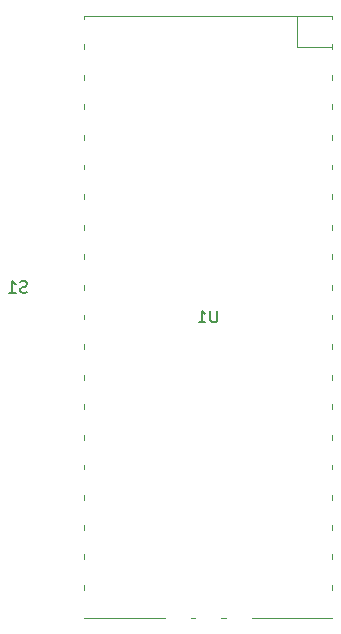
<source format=gbr>
%TF.GenerationSoftware,KiCad,Pcbnew,(6.99.0-1335-gdeb7a0beff)*%
%TF.CreationDate,2022-04-17T14:10:24+02:00*%
%TF.ProjectId,pcb_proto,7063625f-7072-46f7-946f-2e6b69636164,rev?*%
%TF.SameCoordinates,Original*%
%TF.FileFunction,Legend,Bot*%
%TF.FilePolarity,Positive*%
%FSLAX46Y46*%
G04 Gerber Fmt 4.6, Leading zero omitted, Abs format (unit mm)*
G04 Created by KiCad (PCBNEW (6.99.0-1335-gdeb7a0beff)) date 2022-04-17 14:10:24*
%MOMM*%
%LPD*%
G01*
G04 APERTURE LIST*
%ADD10C,0.150000*%
%ADD11C,0.120000*%
G04 APERTURE END LIST*
D10*
%TO.C,S1*%
X114656904Y-77904761D02*
X114514047Y-77952380D01*
X114514047Y-77952380D02*
X114275952Y-77952380D01*
X114275952Y-77952380D02*
X114180714Y-77904761D01*
X114180714Y-77904761D02*
X114133095Y-77857142D01*
X114133095Y-77857142D02*
X114085476Y-77761904D01*
X114085476Y-77761904D02*
X114085476Y-77666666D01*
X114085476Y-77666666D02*
X114133095Y-77571428D01*
X114133095Y-77571428D02*
X114180714Y-77523809D01*
X114180714Y-77523809D02*
X114275952Y-77476190D01*
X114275952Y-77476190D02*
X114466428Y-77428571D01*
X114466428Y-77428571D02*
X114561666Y-77380952D01*
X114561666Y-77380952D02*
X114609285Y-77333333D01*
X114609285Y-77333333D02*
X114656904Y-77238095D01*
X114656904Y-77238095D02*
X114656904Y-77142857D01*
X114656904Y-77142857D02*
X114609285Y-77047619D01*
X114609285Y-77047619D02*
X114561666Y-77000000D01*
X114561666Y-77000000D02*
X114466428Y-76952380D01*
X114466428Y-76952380D02*
X114228333Y-76952380D01*
X114228333Y-76952380D02*
X114085476Y-77000000D01*
X113133095Y-77952380D02*
X113704523Y-77952380D01*
X113418809Y-77952380D02*
X113418809Y-76952380D01*
X113418809Y-76952380D02*
X113514047Y-77095238D01*
X113514047Y-77095238D02*
X113609285Y-77190476D01*
X113609285Y-77190476D02*
X113704523Y-77238095D01*
%TO.C,U1*%
X130761904Y-79452380D02*
X130761904Y-80261904D01*
X130761904Y-80261904D02*
X130714285Y-80357142D01*
X130714285Y-80357142D02*
X130666666Y-80404761D01*
X130666666Y-80404761D02*
X130571428Y-80452380D01*
X130571428Y-80452380D02*
X130380952Y-80452380D01*
X130380952Y-80452380D02*
X130285714Y-80404761D01*
X130285714Y-80404761D02*
X130238095Y-80357142D01*
X130238095Y-80357142D02*
X130190476Y-80261904D01*
X130190476Y-80261904D02*
X130190476Y-79452380D01*
X129190476Y-80452380D02*
X129761904Y-80452380D01*
X129476190Y-80452380D02*
X129476190Y-79452380D01*
X129476190Y-79452380D02*
X129571428Y-79595238D01*
X129571428Y-79595238D02*
X129666666Y-79690476D01*
X129666666Y-79690476D02*
X129761904Y-79738095D01*
D11*
X140500000Y-102700000D02*
X140500000Y-103100000D01*
X140500000Y-100100000D02*
X140500000Y-100500000D01*
X140500000Y-97600000D02*
X140500000Y-98000000D01*
X140500000Y-95100000D02*
X140500000Y-95500000D01*
X140500000Y-92500000D02*
X140500000Y-92900000D01*
X140500000Y-90000000D02*
X140500000Y-90400000D01*
X140500000Y-87400000D02*
X140500000Y-87800000D01*
X140500000Y-84900000D02*
X140500000Y-85300000D01*
X140500000Y-82300000D02*
X140500000Y-82700000D01*
X140500000Y-79800000D02*
X140500000Y-80200000D01*
X140500000Y-77300000D02*
X140500000Y-77700000D01*
X140500000Y-74700000D02*
X140500000Y-75100000D01*
X140500000Y-72200000D02*
X140500000Y-72600000D01*
X140500000Y-69600000D02*
X140500000Y-70000000D01*
X140500000Y-67100000D02*
X140500000Y-67500000D01*
X140500000Y-64600000D02*
X140500000Y-65000000D01*
X140500000Y-62000000D02*
X140500000Y-62400000D01*
X140500000Y-59500000D02*
X140500000Y-59900000D01*
X140500000Y-57167000D02*
X137493000Y-57167000D01*
X140500000Y-56900000D02*
X140500000Y-57300000D01*
X140500000Y-54500000D02*
X140500000Y-54800000D01*
X140500000Y-54500000D02*
X119500000Y-54500000D01*
X137493000Y-57167000D02*
X137493000Y-54500000D01*
X133700000Y-105500000D02*
X140500000Y-105500000D01*
X131500000Y-105500000D02*
X131100000Y-105500000D01*
X128900000Y-105500000D02*
X128500000Y-105500000D01*
X119500000Y-105500000D02*
X126300000Y-105500000D01*
X119500000Y-102700000D02*
X119500000Y-103100000D01*
X119500000Y-100100000D02*
X119500000Y-100500000D01*
X119500000Y-97600000D02*
X119500000Y-98000000D01*
X119500000Y-95100000D02*
X119500000Y-95500000D01*
X119500000Y-92500000D02*
X119500000Y-92900000D01*
X119500000Y-90000000D02*
X119500000Y-90400000D01*
X119500000Y-87400000D02*
X119500000Y-87800000D01*
X119500000Y-84900000D02*
X119500000Y-85300000D01*
X119500000Y-82300000D02*
X119500000Y-82700000D01*
X119500000Y-79800000D02*
X119500000Y-80200000D01*
X119500000Y-77300000D02*
X119500000Y-77700000D01*
X119500000Y-74700000D02*
X119500000Y-75100000D01*
X119500000Y-72200000D02*
X119500000Y-72600000D01*
X119500000Y-69600000D02*
X119500000Y-70000000D01*
X119500000Y-67100000D02*
X119500000Y-67500000D01*
X119500000Y-64600000D02*
X119500000Y-65000000D01*
X119500000Y-62000000D02*
X119500000Y-62400000D01*
X119500000Y-59500000D02*
X119500000Y-59900000D01*
X119500000Y-56900000D02*
X119500000Y-57300000D01*
X119500000Y-54500000D02*
X119500000Y-54800000D01*
%TD*%
M02*

</source>
